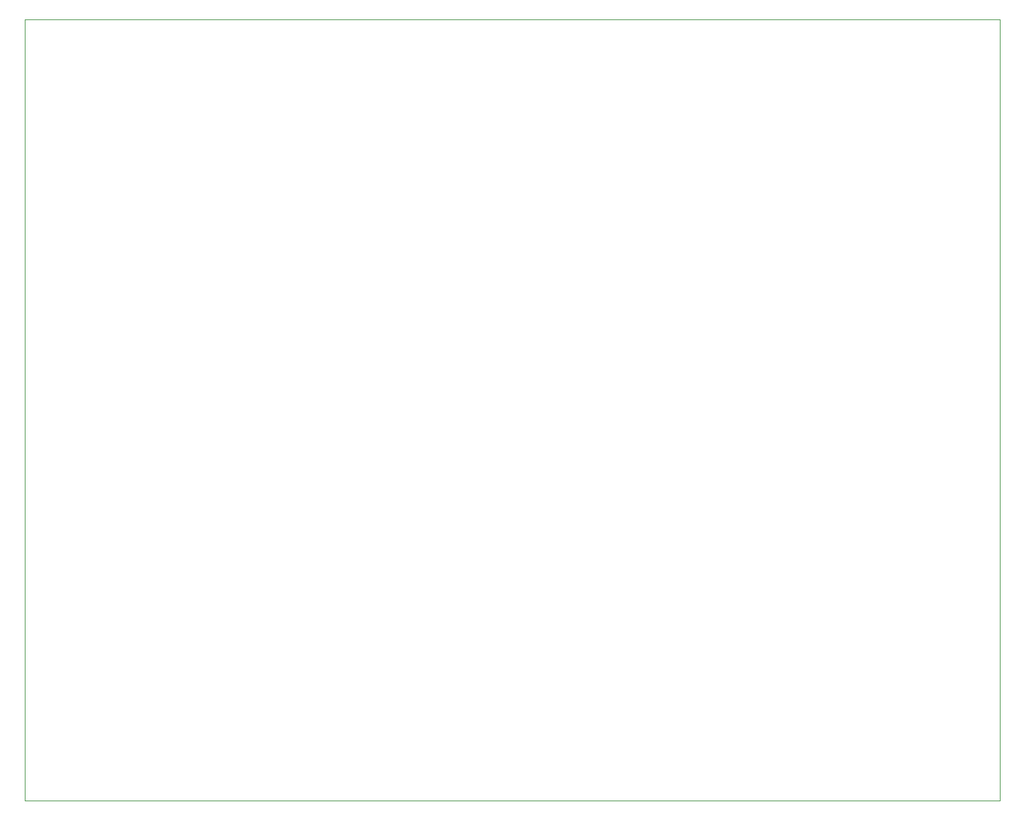
<source format=gbr>
%TF.GenerationSoftware,KiCad,Pcbnew,(5.1.10)-1*%
%TF.CreationDate,2021-09-16T12:18:45+00:00*%
%TF.ProjectId,LMR,4c4d522e-6b69-4636-9164-5f7063625858,rev?*%
%TF.SameCoordinates,Original*%
%TF.FileFunction,Profile,NP*%
%FSLAX46Y46*%
G04 Gerber Fmt 4.6, Leading zero omitted, Abs format (unit mm)*
G04 Created by KiCad (PCBNEW (5.1.10)-1) date 2021-09-16 12:18:45*
%MOMM*%
%LPD*%
G01*
G04 APERTURE LIST*
%TA.AperFunction,Profile*%
%ADD10C,0.050000*%
%TD*%
G04 APERTURE END LIST*
D10*
X-102200000Y-13900000D02*
X-101500000Y-13900000D01*
X-102200000Y-112600000D02*
X-102200000Y-13900000D01*
X20900000Y-112600000D02*
X-102200000Y-112600000D01*
X20900000Y-13900000D02*
X20900000Y-112600000D01*
X-101500000Y-13900000D02*
X20900000Y-13900000D01*
M02*

</source>
